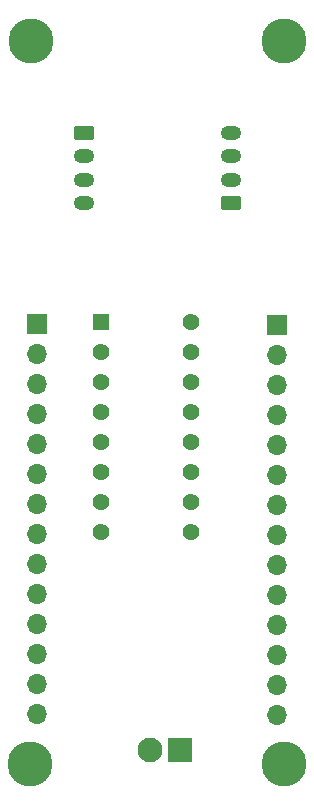
<source format=gbr>
%TF.GenerationSoftware,KiCad,Pcbnew,7.0.2-0*%
%TF.CreationDate,2024-02-15T09:00:13-05:00*%
%TF.ProjectId,Turbidity_v13,54757262-6964-4697-9479-5f7631332e6b,13*%
%TF.SameCoordinates,Original*%
%TF.FileFunction,Soldermask,Bot*%
%TF.FilePolarity,Negative*%
%FSLAX46Y46*%
G04 Gerber Fmt 4.6, Leading zero omitted, Abs format (unit mm)*
G04 Created by KiCad (PCBNEW 7.0.2-0) date 2024-02-15 09:00:13*
%MOMM*%
%LPD*%
G01*
G04 APERTURE LIST*
G04 Aperture macros list*
%AMRoundRect*
0 Rectangle with rounded corners*
0 $1 Rounding radius*
0 $2 $3 $4 $5 $6 $7 $8 $9 X,Y pos of 4 corners*
0 Add a 4 corners polygon primitive as box body*
4,1,4,$2,$3,$4,$5,$6,$7,$8,$9,$2,$3,0*
0 Add four circle primitives for the rounded corners*
1,1,$1+$1,$2,$3*
1,1,$1+$1,$4,$5*
1,1,$1+$1,$6,$7*
1,1,$1+$1,$8,$9*
0 Add four rect primitives between the rounded corners*
20,1,$1+$1,$2,$3,$4,$5,0*
20,1,$1+$1,$4,$5,$6,$7,0*
20,1,$1+$1,$6,$7,$8,$9,0*
20,1,$1+$1,$8,$9,$2,$3,0*%
G04 Aperture macros list end*
%ADD10R,2.100000X2.100000*%
%ADD11C,2.100000*%
%ADD12C,3.800000*%
%ADD13R,1.425000X1.425000*%
%ADD14C,1.425000*%
%ADD15R,1.700000X1.700000*%
%ADD16O,1.700000X1.700000*%
%ADD17RoundRect,0.250000X-0.625000X0.350000X-0.625000X-0.350000X0.625000X-0.350000X0.625000X0.350000X0*%
%ADD18O,1.750000X1.200000*%
%ADD19RoundRect,0.250000X0.625000X-0.350000X0.625000X0.350000X-0.625000X0.350000X-0.625000X-0.350000X0*%
G04 APERTURE END LIST*
D10*
%TO.C,J1*%
X151333200Y-120091200D03*
D11*
X148793200Y-120091200D03*
%TD*%
D12*
%TO.C,REF\u002A\u002A*%
X138633200Y-121310400D03*
%TD*%
D13*
%TO.C,IC1*%
X144653000Y-83820000D03*
D14*
X144653000Y-86360000D03*
X144653000Y-88900000D03*
X144653000Y-91440000D03*
X144653000Y-93980000D03*
X144653000Y-96520000D03*
X144653000Y-99060000D03*
X144653000Y-101600000D03*
X152273000Y-101600000D03*
X152273000Y-99060000D03*
X152273000Y-96520000D03*
X152273000Y-93980000D03*
X152273000Y-91440000D03*
X152273000Y-88900000D03*
X152273000Y-86360000D03*
X152273000Y-83820000D03*
%TD*%
D15*
%TO.C,J4*%
X159512000Y-84074000D03*
D16*
X159512000Y-86614000D03*
X159512000Y-89154000D03*
X159512000Y-91694000D03*
X159512000Y-94234000D03*
X159512000Y-96774000D03*
X159512000Y-99314000D03*
X159512000Y-101854000D03*
X159512000Y-104394000D03*
X159512000Y-106934000D03*
X159512000Y-109474000D03*
X159512000Y-112014000D03*
X159512000Y-114554000D03*
X159512000Y-117094000D03*
%TD*%
D12*
%TO.C,REF\u002A\u002A*%
X160147000Y-60071000D03*
%TD*%
D17*
%TO.C,J3*%
X143205200Y-67815200D03*
D18*
X143205200Y-69815200D03*
X143205200Y-71815200D03*
X143205200Y-73815200D03*
%TD*%
D12*
%TO.C,REF\u002A\u002A*%
X138684000Y-60071000D03*
%TD*%
D19*
%TO.C,J2*%
X155690400Y-73818000D03*
D18*
X155690400Y-71818000D03*
X155690400Y-69818000D03*
X155690400Y-67818000D03*
%TD*%
D15*
%TO.C,J5*%
X139242800Y-84023200D03*
D16*
X139242800Y-86563200D03*
X139242800Y-89103200D03*
X139242800Y-91643200D03*
X139242800Y-94183200D03*
X139242800Y-96723200D03*
X139242800Y-99263200D03*
X139242800Y-101803200D03*
X139242800Y-104343200D03*
X139242800Y-106883200D03*
X139242800Y-109423200D03*
X139242800Y-111963200D03*
X139242800Y-114503200D03*
X139242800Y-117043200D03*
%TD*%
D12*
%TO.C,REF\u002A\u002A*%
X160147000Y-121310400D03*
%TD*%
M02*

</source>
